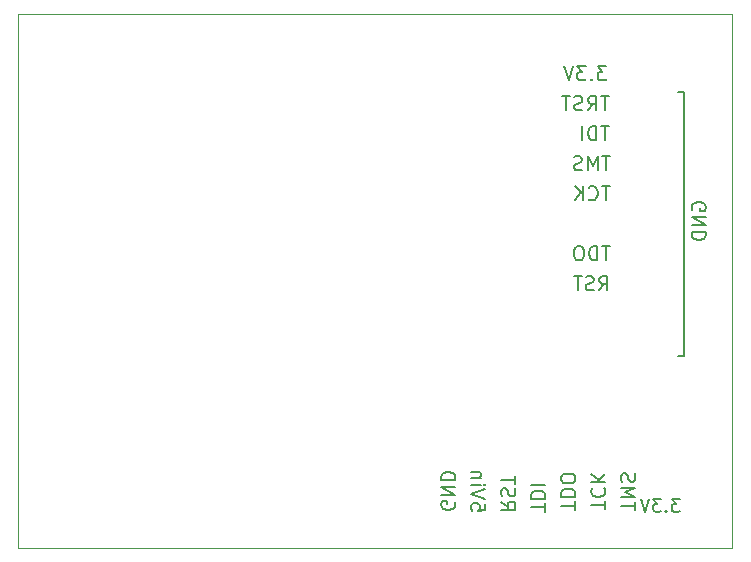
<source format=gbr>
G04 #@! TF.FileFunction,Legend,Bot*
%FSLAX46Y46*%
G04 Gerber Fmt 4.6, Leading zero omitted, Abs format (unit mm)*
G04 Created by KiCad (PCBNEW (2015-01-17 BZR 5377)-product) date Fri 28 Aug 2015 03:12:13 PM ART*
%MOMM*%
G01*
G04 APERTURE LIST*
%ADD10C,0.100000*%
%ADD11C,0.200000*%
G04 APERTURE END LIST*
D10*
D11*
X132941809Y-119539619D02*
X132260857Y-119539619D01*
X132627523Y-119958667D01*
X132470381Y-119958667D01*
X132365619Y-120011048D01*
X132313238Y-120063429D01*
X132260857Y-120168190D01*
X132260857Y-120430095D01*
X132313238Y-120534857D01*
X132365619Y-120587238D01*
X132470381Y-120639619D01*
X132784666Y-120639619D01*
X132889428Y-120587238D01*
X132941809Y-120534857D01*
X131789428Y-120534857D02*
X131737047Y-120587238D01*
X131789428Y-120639619D01*
X131841809Y-120587238D01*
X131789428Y-120534857D01*
X131789428Y-120639619D01*
X131370380Y-119539619D02*
X130689428Y-119539619D01*
X131056094Y-119958667D01*
X130898952Y-119958667D01*
X130794190Y-120011048D01*
X130741809Y-120063429D01*
X130689428Y-120168190D01*
X130689428Y-120430095D01*
X130741809Y-120534857D01*
X130794190Y-120587238D01*
X130898952Y-120639619D01*
X131213237Y-120639619D01*
X131317999Y-120587238D01*
X131370380Y-120534857D01*
X130375142Y-119539619D02*
X130008475Y-120639619D01*
X129641809Y-119539619D01*
X126641143Y-120414857D02*
X126641143Y-119729143D01*
X125441143Y-120072000D02*
X126641143Y-120072000D01*
X125555429Y-118643428D02*
X125498286Y-118700571D01*
X125441143Y-118872000D01*
X125441143Y-118986286D01*
X125498286Y-119157714D01*
X125612571Y-119272000D01*
X125726857Y-119329143D01*
X125955429Y-119386286D01*
X126126857Y-119386286D01*
X126355429Y-119329143D01*
X126469714Y-119272000D01*
X126584000Y-119157714D01*
X126641143Y-118986286D01*
X126641143Y-118872000D01*
X126584000Y-118700571D01*
X126526857Y-118643428D01*
X125441143Y-118129143D02*
X126641143Y-118129143D01*
X125441143Y-117443428D02*
X126126857Y-117957714D01*
X126641143Y-117443428D02*
X125955429Y-118129143D01*
X129181143Y-120472000D02*
X129181143Y-119786286D01*
X127981143Y-120129143D02*
X129181143Y-120129143D01*
X127981143Y-119386286D02*
X129181143Y-119386286D01*
X128324000Y-118986286D01*
X129181143Y-118586286D01*
X127981143Y-118586286D01*
X128038286Y-118072000D02*
X127981143Y-117900571D01*
X127981143Y-117614857D01*
X128038286Y-117500571D01*
X128095429Y-117443428D01*
X128209714Y-117386285D01*
X128324000Y-117386285D01*
X128438286Y-117443428D01*
X128495429Y-117500571D01*
X128552571Y-117614857D01*
X128609714Y-117843428D01*
X128666857Y-117957714D01*
X128724000Y-118014857D01*
X128838286Y-118072000D01*
X128952571Y-118072000D01*
X129066857Y-118014857D01*
X129124000Y-117957714D01*
X129181143Y-117843428D01*
X129181143Y-117557714D01*
X129124000Y-117386285D01*
X124101143Y-120443428D02*
X124101143Y-119757714D01*
X122901143Y-120100571D02*
X124101143Y-120100571D01*
X122901143Y-119357714D02*
X124101143Y-119357714D01*
X124101143Y-119071999D01*
X124044000Y-118900571D01*
X123929714Y-118786285D01*
X123815429Y-118729142D01*
X123586857Y-118671999D01*
X123415429Y-118671999D01*
X123186857Y-118729142D01*
X123072571Y-118786285D01*
X122958286Y-118900571D01*
X122901143Y-119071999D01*
X122901143Y-119357714D01*
X124101143Y-117929142D02*
X124101143Y-117700571D01*
X124044000Y-117586285D01*
X123929714Y-117471999D01*
X123701143Y-117414857D01*
X123301143Y-117414857D01*
X123072571Y-117471999D01*
X122958286Y-117586285D01*
X122901143Y-117700571D01*
X122901143Y-117929142D01*
X122958286Y-118043428D01*
X123072571Y-118157714D01*
X123301143Y-118214857D01*
X123701143Y-118214857D01*
X123929714Y-118157714D01*
X124044000Y-118043428D01*
X124101143Y-117929142D01*
X121561143Y-120608571D02*
X121561143Y-119922857D01*
X120361143Y-120265714D02*
X121561143Y-120265714D01*
X120361143Y-119522857D02*
X121561143Y-119522857D01*
X121561143Y-119237142D01*
X121504000Y-119065714D01*
X121389714Y-118951428D01*
X121275429Y-118894285D01*
X121046857Y-118837142D01*
X120875429Y-118837142D01*
X120646857Y-118894285D01*
X120532571Y-118951428D01*
X120418286Y-119065714D01*
X120361143Y-119237142D01*
X120361143Y-119522857D01*
X120361143Y-118322857D02*
X121561143Y-118322857D01*
X117821143Y-119783142D02*
X118392571Y-120183142D01*
X117821143Y-120468857D02*
X119021143Y-120468857D01*
X119021143Y-120011714D01*
X118964000Y-119897428D01*
X118906857Y-119840285D01*
X118792571Y-119783142D01*
X118621143Y-119783142D01*
X118506857Y-119840285D01*
X118449714Y-119897428D01*
X118392571Y-120011714D01*
X118392571Y-120468857D01*
X117878286Y-119326000D02*
X117821143Y-119154571D01*
X117821143Y-118868857D01*
X117878286Y-118754571D01*
X117935429Y-118697428D01*
X118049714Y-118640285D01*
X118164000Y-118640285D01*
X118278286Y-118697428D01*
X118335429Y-118754571D01*
X118392571Y-118868857D01*
X118449714Y-119097428D01*
X118506857Y-119211714D01*
X118564000Y-119268857D01*
X118678286Y-119326000D01*
X118792571Y-119326000D01*
X118906857Y-119268857D01*
X118964000Y-119211714D01*
X119021143Y-119097428D01*
X119021143Y-118811714D01*
X118964000Y-118640285D01*
X119021143Y-118297428D02*
X119021143Y-117611714D01*
X117821143Y-117954571D02*
X119021143Y-117954571D01*
X116481143Y-119929142D02*
X116481143Y-120500571D01*
X115909714Y-120557714D01*
X115966857Y-120500571D01*
X116024000Y-120386285D01*
X116024000Y-120100571D01*
X115966857Y-119986285D01*
X115909714Y-119929142D01*
X115795429Y-119871999D01*
X115509714Y-119871999D01*
X115395429Y-119929142D01*
X115338286Y-119986285D01*
X115281143Y-120100571D01*
X115281143Y-120386285D01*
X115338286Y-120500571D01*
X115395429Y-120557714D01*
X116481143Y-119529142D02*
X115281143Y-119129142D01*
X116481143Y-118729142D01*
X115281143Y-118329143D02*
X116081143Y-118329143D01*
X116481143Y-118329143D02*
X116424000Y-118386286D01*
X116366857Y-118329143D01*
X116424000Y-118272000D01*
X116481143Y-118329143D01*
X116366857Y-118329143D01*
X116081143Y-117757714D02*
X115281143Y-117757714D01*
X115966857Y-117757714D02*
X116024000Y-117700571D01*
X116081143Y-117586285D01*
X116081143Y-117414857D01*
X116024000Y-117300571D01*
X115909714Y-117243428D01*
X115281143Y-117243428D01*
X113884000Y-119786285D02*
X113941143Y-119900571D01*
X113941143Y-120072000D01*
X113884000Y-120243428D01*
X113769714Y-120357714D01*
X113655429Y-120414857D01*
X113426857Y-120472000D01*
X113255429Y-120472000D01*
X113026857Y-120414857D01*
X112912571Y-120357714D01*
X112798286Y-120243428D01*
X112741143Y-120072000D01*
X112741143Y-119957714D01*
X112798286Y-119786285D01*
X112855429Y-119729142D01*
X113255429Y-119729142D01*
X113255429Y-119957714D01*
X112741143Y-119214857D02*
X113941143Y-119214857D01*
X112741143Y-118529142D01*
X113941143Y-118529142D01*
X112741143Y-117957714D02*
X113941143Y-117957714D01*
X113941143Y-117671999D01*
X113884000Y-117500571D01*
X113769714Y-117386285D01*
X113655429Y-117329142D01*
X113426857Y-117271999D01*
X113255429Y-117271999D01*
X113026857Y-117329142D01*
X112912571Y-117386285D01*
X112798286Y-117500571D01*
X112741143Y-117671999D01*
X112741143Y-117957714D01*
X134020000Y-95097715D02*
X133962857Y-94983429D01*
X133962857Y-94812000D01*
X134020000Y-94640572D01*
X134134286Y-94526286D01*
X134248571Y-94469143D01*
X134477143Y-94412000D01*
X134648571Y-94412000D01*
X134877143Y-94469143D01*
X134991429Y-94526286D01*
X135105714Y-94640572D01*
X135162857Y-94812000D01*
X135162857Y-94926286D01*
X135105714Y-95097715D01*
X135048571Y-95154858D01*
X134648571Y-95154858D01*
X134648571Y-94926286D01*
X135162857Y-95669143D02*
X133962857Y-95669143D01*
X135162857Y-96354858D01*
X133962857Y-96354858D01*
X135162857Y-96926286D02*
X133962857Y-96926286D01*
X133962857Y-97212001D01*
X134020000Y-97383429D01*
X134134286Y-97497715D01*
X134248571Y-97554858D01*
X134477143Y-97612001D01*
X134648571Y-97612001D01*
X134877143Y-97554858D01*
X134991429Y-97497715D01*
X135105714Y-97383429D01*
X135162857Y-97212001D01*
X135162857Y-96926286D01*
X133350000Y-107442000D02*
X132842000Y-107442000D01*
X133350000Y-85090000D02*
X133350000Y-107442000D01*
X132842000Y-85090000D02*
X133350000Y-85090000D01*
X126133142Y-101888857D02*
X126533142Y-101317429D01*
X126818857Y-101888857D02*
X126818857Y-100688857D01*
X126361714Y-100688857D01*
X126247428Y-100746000D01*
X126190285Y-100803143D01*
X126133142Y-100917429D01*
X126133142Y-101088857D01*
X126190285Y-101203143D01*
X126247428Y-101260286D01*
X126361714Y-101317429D01*
X126818857Y-101317429D01*
X125676000Y-101831714D02*
X125504571Y-101888857D01*
X125218857Y-101888857D01*
X125104571Y-101831714D01*
X125047428Y-101774571D01*
X124990285Y-101660286D01*
X124990285Y-101546000D01*
X125047428Y-101431714D01*
X125104571Y-101374571D01*
X125218857Y-101317429D01*
X125447428Y-101260286D01*
X125561714Y-101203143D01*
X125618857Y-101146000D01*
X125676000Y-101031714D01*
X125676000Y-100917429D01*
X125618857Y-100803143D01*
X125561714Y-100746000D01*
X125447428Y-100688857D01*
X125161714Y-100688857D01*
X124990285Y-100746000D01*
X124647428Y-100688857D02*
X123961714Y-100688857D01*
X124304571Y-101888857D02*
X124304571Y-100688857D01*
X127047428Y-98148857D02*
X126361714Y-98148857D01*
X126704571Y-99348857D02*
X126704571Y-98148857D01*
X125961714Y-99348857D02*
X125961714Y-98148857D01*
X125675999Y-98148857D01*
X125504571Y-98206000D01*
X125390285Y-98320286D01*
X125333142Y-98434571D01*
X125275999Y-98663143D01*
X125275999Y-98834571D01*
X125333142Y-99063143D01*
X125390285Y-99177429D01*
X125504571Y-99291714D01*
X125675999Y-99348857D01*
X125961714Y-99348857D01*
X124533142Y-98148857D02*
X124304571Y-98148857D01*
X124190285Y-98206000D01*
X124075999Y-98320286D01*
X124018857Y-98548857D01*
X124018857Y-98948857D01*
X124075999Y-99177429D01*
X124190285Y-99291714D01*
X124304571Y-99348857D01*
X124533142Y-99348857D01*
X124647428Y-99291714D01*
X124761714Y-99177429D01*
X124818857Y-98948857D01*
X124818857Y-98548857D01*
X124761714Y-98320286D01*
X124647428Y-98206000D01*
X124533142Y-98148857D01*
X127018857Y-93068857D02*
X126333143Y-93068857D01*
X126676000Y-94268857D02*
X126676000Y-93068857D01*
X125247428Y-94154571D02*
X125304571Y-94211714D01*
X125476000Y-94268857D01*
X125590286Y-94268857D01*
X125761714Y-94211714D01*
X125876000Y-94097429D01*
X125933143Y-93983143D01*
X125990286Y-93754571D01*
X125990286Y-93583143D01*
X125933143Y-93354571D01*
X125876000Y-93240286D01*
X125761714Y-93126000D01*
X125590286Y-93068857D01*
X125476000Y-93068857D01*
X125304571Y-93126000D01*
X125247428Y-93183143D01*
X124733143Y-94268857D02*
X124733143Y-93068857D01*
X124047428Y-94268857D02*
X124561714Y-93583143D01*
X124047428Y-93068857D02*
X124733143Y-93754571D01*
X127076000Y-90528857D02*
X126390286Y-90528857D01*
X126733143Y-91728857D02*
X126733143Y-90528857D01*
X125990286Y-91728857D02*
X125990286Y-90528857D01*
X125590286Y-91386000D01*
X125190286Y-90528857D01*
X125190286Y-91728857D01*
X124676000Y-91671714D02*
X124504571Y-91728857D01*
X124218857Y-91728857D01*
X124104571Y-91671714D01*
X124047428Y-91614571D01*
X123990285Y-91500286D01*
X123990285Y-91386000D01*
X124047428Y-91271714D01*
X124104571Y-91214571D01*
X124218857Y-91157429D01*
X124447428Y-91100286D01*
X124561714Y-91043143D01*
X124618857Y-90986000D01*
X124676000Y-90871714D01*
X124676000Y-90757429D01*
X124618857Y-90643143D01*
X124561714Y-90586000D01*
X124447428Y-90528857D01*
X124161714Y-90528857D01*
X123990285Y-90586000D01*
X126958571Y-87988857D02*
X126272857Y-87988857D01*
X126615714Y-89188857D02*
X126615714Y-87988857D01*
X125872857Y-89188857D02*
X125872857Y-87988857D01*
X125587142Y-87988857D01*
X125415714Y-88046000D01*
X125301428Y-88160286D01*
X125244285Y-88274571D01*
X125187142Y-88503143D01*
X125187142Y-88674571D01*
X125244285Y-88903143D01*
X125301428Y-89017429D01*
X125415714Y-89131714D01*
X125587142Y-89188857D01*
X125872857Y-89188857D01*
X124672857Y-89188857D02*
X124672857Y-87988857D01*
X126939428Y-85448857D02*
X126253714Y-85448857D01*
X126596571Y-86648857D02*
X126596571Y-85448857D01*
X125167999Y-86648857D02*
X125567999Y-86077429D01*
X125853714Y-86648857D02*
X125853714Y-85448857D01*
X125396571Y-85448857D01*
X125282285Y-85506000D01*
X125225142Y-85563143D01*
X125167999Y-85677429D01*
X125167999Y-85848857D01*
X125225142Y-85963143D01*
X125282285Y-86020286D01*
X125396571Y-86077429D01*
X125853714Y-86077429D01*
X124710857Y-86591714D02*
X124539428Y-86648857D01*
X124253714Y-86648857D01*
X124139428Y-86591714D01*
X124082285Y-86534571D01*
X124025142Y-86420286D01*
X124025142Y-86306000D01*
X124082285Y-86191714D01*
X124139428Y-86134571D01*
X124253714Y-86077429D01*
X124482285Y-86020286D01*
X124596571Y-85963143D01*
X124653714Y-85906000D01*
X124710857Y-85791714D01*
X124710857Y-85677429D01*
X124653714Y-85563143D01*
X124596571Y-85506000D01*
X124482285Y-85448857D01*
X124196571Y-85448857D01*
X124025142Y-85506000D01*
X123682285Y-85448857D02*
X122996571Y-85448857D01*
X123339428Y-86648857D02*
X123339428Y-85448857D01*
X126739428Y-82908857D02*
X125996571Y-82908857D01*
X126396571Y-83366000D01*
X126225143Y-83366000D01*
X126110857Y-83423143D01*
X126053714Y-83480286D01*
X125996571Y-83594571D01*
X125996571Y-83880286D01*
X126053714Y-83994571D01*
X126110857Y-84051714D01*
X126225143Y-84108857D01*
X126568000Y-84108857D01*
X126682286Y-84051714D01*
X126739428Y-83994571D01*
X125482286Y-83994571D02*
X125425143Y-84051714D01*
X125482286Y-84108857D01*
X125539429Y-84051714D01*
X125482286Y-83994571D01*
X125482286Y-84108857D01*
X125025142Y-82908857D02*
X124282285Y-82908857D01*
X124682285Y-83366000D01*
X124510857Y-83366000D01*
X124396571Y-83423143D01*
X124339428Y-83480286D01*
X124282285Y-83594571D01*
X124282285Y-83880286D01*
X124339428Y-83994571D01*
X124396571Y-84051714D01*
X124510857Y-84108857D01*
X124853714Y-84108857D01*
X124968000Y-84051714D01*
X125025142Y-83994571D01*
X123939428Y-82908857D02*
X123539428Y-84108857D01*
X123139428Y-82908857D01*
D10*
X137414000Y-78486000D02*
X136906000Y-78486000D01*
X137414000Y-123698000D02*
X137414000Y-78486000D01*
X136906000Y-123698000D02*
X137414000Y-123698000D01*
X76962000Y-78486000D02*
X76962000Y-81534000D01*
X136906000Y-78486000D02*
X76962000Y-78486000D01*
X133350000Y-123698000D02*
X136906000Y-123698000D01*
X76962000Y-81534000D02*
X76962000Y-112014000D01*
X76962000Y-123698000D02*
X133350000Y-123698000D01*
X76962000Y-112014000D02*
X76962000Y-123698000D01*
M02*

</source>
